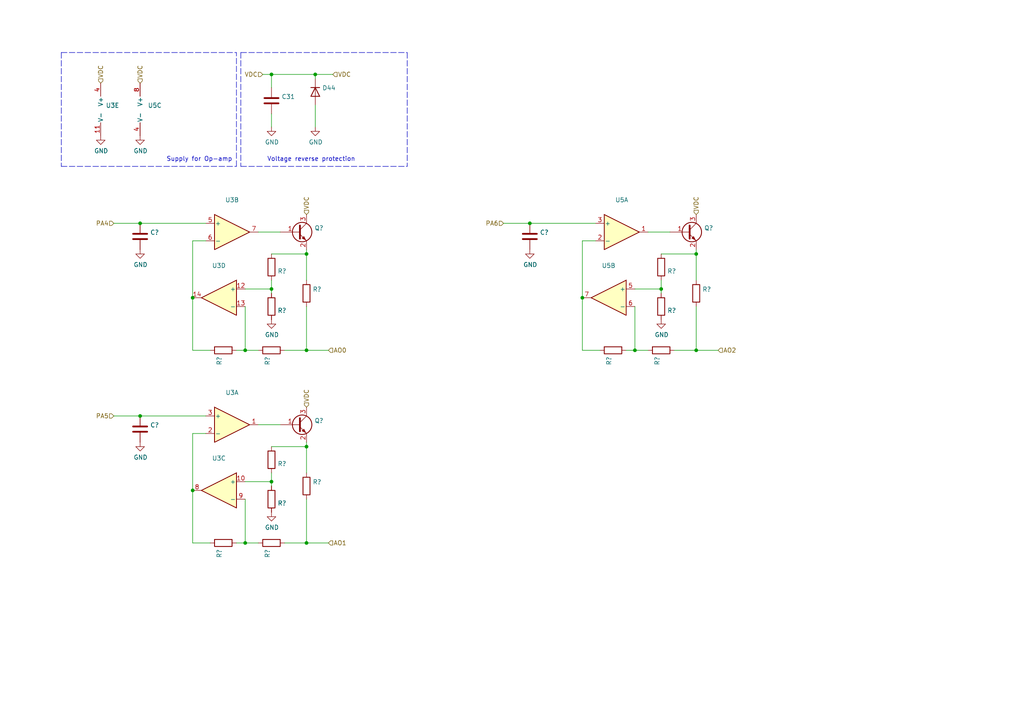
<source format=kicad_sch>
(kicad_sch (version 20211123) (generator eeschema)
  (paper "A4")
  (lib_symbols
    (symbol "Amplifier_Operational:LM2902" (pin_names (offset 0.127))
      (property "Reference" "U" (at 0 5.08 0))
      (property "Value" "LM2902" (at 0 -5.08 0))
      (symbol "LM2902_1_1"
        (polyline (pts (xy -5.08 5.08) (xy 5.08 0) (xy -5.08 -5.08) (xy -5.08 5.08)) (stroke (width 0.254)) (fill (type background)))
        (pin output line (at 7.62 0 180) (length 2.54) (name "~") (number "1"))
        (pin input line (at -7.62 -2.54 0) (length 2.54) (name "-") (number "2"))
        (pin input line (at -7.62 2.54 0) (length 2.54) (name "+") (number "3"))
      )
      (symbol "LM2902_2_1"
        (polyline (pts (xy -5.08 5.08) (xy 5.08 0) (xy -5.08 -5.08) (xy -5.08 5.08)) (stroke (width 0.254)) (fill (type background)))
        (pin input line (at -7.62 2.54 0) (length 2.54) (name "+") (number "5"))
        (pin input line (at -7.62 -2.54 0) (length 2.54) (name "-") (number "6"))
        (pin output line (at 7.62 0 180) (length 2.54) (name "~") (number "7"))
      )
      (symbol "LM2902_3_1"
        (polyline (pts (xy -5.08 5.08) (xy 5.08 0) (xy -5.08 -5.08) (xy -5.08 5.08)) (stroke (width 0.254)) (fill (type background)))
        (pin input line (at -7.62 2.54 0) (length 2.54) (name "+") (number "10"))
        (pin output line (at 7.62 0 180) (length 2.54) (name "~") (number "8"))
        (pin input line (at -7.62 -2.54 0) (length 2.54) (name "-") (number "9"))
      )
      (symbol "LM2902_4_1"
        (polyline (pts (xy -5.08 5.08) (xy 5.08 0) (xy -5.08 -5.08) (xy -5.08 5.08)) (stroke (width 0.254)) (fill (type background)))
        (pin input line (at -7.62 2.54 0) (length 2.54) (name "+") (number "12"))
        (pin input line (at -7.62 -2.54 0) (length 2.54) (name "-") (number "13"))
        (pin output line (at 7.62 0 180) (length 2.54) (name "~") (number "14"))
      )
      (symbol "LM2902_5_1"
        (pin power_in line (at -2.54 -7.62 90) (length 3.81) (name "V-") (number "11"))
        (pin power_in line (at -2.54 7.62 270) (length 3.81) (name "V+") (number "4"))
      )
    )
    (symbol "Amplifier_Operational:LM2904" (pin_names (offset 0.127))
      (property "Reference" "U" (at 0 5.08 0))
      (property "Value" "LM2904" (at 0 -5.08 0))
      (symbol "LM2904_1_1"
        (polyline (pts (xy -5.08 5.08) (xy 5.08 0) (xy -5.08 -5.08) (xy -5.08 5.08)) (stroke (width 0.254)) (fill (type background)))
        (pin output line (at 7.62 0 180) (length 2.54) (name "~") (number "1"))
        (pin input line (at -7.62 -2.54 0) (length 2.54) (name "-") (number "2"))
        (pin input line (at -7.62 2.54 0) (length 2.54) (name "+") (number "3"))
      )
      (symbol "LM2904_2_1"
        (polyline (pts (xy -5.08 5.08) (xy 5.08 0) (xy -5.08 -5.08) (xy -5.08 5.08)) (stroke (width 0.254)) (fill (type background)))
        (pin input line (at -7.62 2.54 0) (length 2.54) (name "+") (number "5"))
        (pin input line (at -7.62 -2.54 0) (length 2.54) (name "-") (number "6"))
        (pin output line (at 7.62 0 180) (length 2.54) (name "~") (number "7"))
      )
      (symbol "LM2904_3_1"
        (pin power_in line (at -2.54 -7.62 90) (length 3.81) (name "V-") (number "4"))
        (pin power_in line (at -2.54 7.62 270) (length 3.81) (name "V+") (number "8"))
      )
    )
    (symbol "Device:C" (pin_numbers hide) (pin_names (offset 0.254))
      (property "Reference" "C" (at 0.635 2.54 0))
      (property "Value" "C" (at 0.635 -2.54 0))
      (symbol "C_0_1"
        (polyline (pts (xy -2.032 -0.762) (xy 2.032 -0.762)) (stroke (width 0.508)))
        (polyline (pts (xy -2.032 0.762) (xy 2.032 0.762)) (stroke (width 0.508)))
      )
      (symbol "C_1_1"
        (pin passive line (at 0 3.81 270) (length 2.794) (name "~") (number "1"))
        (pin passive line (at 0 -3.81 90) (length 2.794) (name "~") (number "2"))
      )
    )
    (symbol "Device:D" (pin_numbers hide) (pin_names (offset 1.016) hide)
      (property "Reference" "D" (at 0 2.54 0))
      (property "Value" "D" (at 0 -2.54 0))
      (symbol "D_0_1"
        (polyline (pts (xy -1.27 1.27) (xy -1.27 -1.27)) (stroke (width 0.254)))
        (polyline (pts (xy 1.27 0) (xy -1.27 0)))
        (polyline (pts (xy 1.27 1.27) (xy 1.27 -1.27) (xy -1.27 0) (xy 1.27 1.27)) (stroke (width 0.254)))
      )
      (symbol "D_1_1"
        (pin passive line (at -3.81 0 0) (length 2.54) (name "K") (number "1"))
        (pin passive line (at 3.81 0 180) (length 2.54) (name "A") (number "2"))
      )
    )
    (symbol "Device:R" (pin_numbers hide) (pin_names (offset 0))
      (property "Reference" "R" (at 2.032 0 90))
      (property "Value" "R" (at 0 0 90))
      (symbol "R_0_1"
        (rectangle (start -1.016 -2.54) (end 1.016 2.54) (stroke (width 0.254)))
      )
      (symbol "R_1_1"
        (pin passive line (at 0 3.81 270) (length 1.27) (name "~") (number "1"))
        (pin passive line (at 0 -3.81 90) (length 1.27) (name "~") (number "2"))
      )
    )
    (symbol "Transistor_BJT:BC847" (pin_names (offset 0) hide)
      (property "Reference" "Q" (at 5.08 1.905 0))
      (property "Value" "BC847" (at 5.08 0 0))
      (symbol "BC847_0_1"
        (polyline (pts (xy 0.635 0.635) (xy 2.54 2.54)))
        (polyline (pts (xy 0.635 -0.635) (xy 2.54 -2.54) (xy 2.54 -2.54)))
        (polyline (pts (xy 0.635 1.905) (xy 0.635 -1.905) (xy 0.635 -1.905)) (stroke (width 0.508)))
        (polyline (pts (xy 1.27 -1.778) (xy 1.778 -1.27) (xy 2.286 -2.286) (xy 1.27 -1.778) (xy 1.27 -1.778)) (fill (type outline)))
        (circle (center 1.27 0) (radius 2.8194) (stroke (width 0.254)))
      )
      (symbol "BC847_1_1"
        (pin input line (at -5.08 0 0) (length 5.715) (name "B") (number "1"))
        (pin passive line (at 2.54 -5.08 90) (length 2.54) (name "E") (number "2"))
        (pin passive line (at 2.54 5.08 270) (length 2.54) (name "C") (number "3"))
      )
    )
    (symbol "power:GND" (power) (pin_names (offset 0))
      (property "Value" "GND" (at 0 -3.81 0))
      (symbol "GND_0_1"
        (polyline (pts (xy 0 0) (xy 0 -1.27) (xy 1.27 -1.27) (xy 0 -2.54) (xy -1.27 -1.27) (xy 0 -1.27)))
      )
      (symbol "GND_1_1"
        (pin power_in line (at 0 0 270) (length 0) hide (name "GND") (number "1"))
      )
    )
  )
  (junction (at 40.64 64.77))
  (junction (at 201.93 73.66))
  (junction (at 40.64 120.65))
  (junction (at 168.91 86.36))
  (junction (at 88.9 73.66))
  (junction (at 153.67 64.77))
  (junction (at 88.9 101.6))
  (junction (at 78.74 21.59))
  (junction (at 201.93 101.6))
  (junction (at 191.77 83.82))
  (junction (at 78.74 139.7))
  (junction (at 184.15 101.6))
  (junction (at 55.88 142.24))
  (junction (at 71.12 157.48))
  (junction (at 88.9 129.54))
  (junction (at 71.12 101.6))
  (junction (at 91.44 21.59))
  (junction (at 88.9 157.48))
  (junction (at 55.88 86.36))
  (junction (at 78.74 83.82))
  (wire (pts (xy 78.74 73.66) (xy 88.9 73.66)))
  (wire (pts (xy 40.64 120.65) (xy 33.02 120.65)))
  (polyline (pts (xy 69.85 15.24) (xy 118.11 15.24)))
  (wire (pts (xy 40.64 64.77) (xy 33.02 64.77)))
  (wire (pts (xy 91.44 21.59) (xy 91.44 22.86)))
  (wire (pts (xy 55.88 69.85) (xy 59.69 69.85)))
  (wire (pts (xy 81.28 67.31) (xy 74.93 67.31)))
  (wire (pts (xy 201.93 101.6) (xy 208.28 101.6)))
  (wire (pts (xy 88.9 129.54) (xy 88.9 128.27)))
  (polyline (pts (xy 118.11 15.24) (xy 118.11 48.26)))
  (wire (pts (xy 153.67 64.77) (xy 146.05 64.77)))
  (wire (pts (xy 201.93 81.28) (xy 201.93 73.66)))
  (wire (pts (xy 59.69 64.77) (xy 40.64 64.77)))
  (wire (pts (xy 201.93 88.9) (xy 201.93 101.6)))
  (wire (pts (xy 187.96 101.6) (xy 184.15 101.6)))
  (wire (pts (xy 184.15 83.82) (xy 191.77 83.82)))
  (wire (pts (xy 74.93 101.6) (xy 71.12 101.6)))
  (wire (pts (xy 168.91 86.36) (xy 168.91 101.6)))
  (wire (pts (xy 88.9 101.6) (xy 95.25 101.6)))
  (wire (pts (xy 191.77 83.82) (xy 191.77 85.09)))
  (wire (pts (xy 59.69 120.65) (xy 40.64 120.65)))
  (wire (pts (xy 172.72 64.77) (xy 153.67 64.77)))
  (wire (pts (xy 55.88 125.73) (xy 59.69 125.73)))
  (wire (pts (xy 201.93 101.6) (xy 195.58 101.6)))
  (wire (pts (xy 78.74 21.59) (xy 91.44 21.59)))
  (wire (pts (xy 78.74 25.4) (xy 78.74 21.59)))
  (wire (pts (xy 78.74 36.83) (xy 78.74 33.02)))
  (wire (pts (xy 71.12 157.48) (xy 71.12 144.78)))
  (polyline (pts (xy 69.85 15.24) (xy 69.85 48.26)))
  (wire (pts (xy 88.9 81.28) (xy 88.9 73.66)))
  (wire (pts (xy 71.12 139.7) (xy 78.74 139.7)))
  (wire (pts (xy 78.74 139.7) (xy 78.74 140.97)))
  (wire (pts (xy 55.88 86.36) (xy 55.88 69.85)))
  (wire (pts (xy 55.88 142.24) (xy 55.88 157.48)))
  (wire (pts (xy 184.15 101.6) (xy 184.15 88.9)))
  (wire (pts (xy 88.9 88.9) (xy 88.9 101.6)))
  (wire (pts (xy 78.74 129.54) (xy 88.9 129.54)))
  (wire (pts (xy 74.93 157.48) (xy 71.12 157.48)))
  (wire (pts (xy 55.88 157.48) (xy 60.96 157.48)))
  (wire (pts (xy 55.88 142.24) (xy 55.88 125.73)))
  (wire (pts (xy 55.88 101.6) (xy 60.96 101.6)))
  (wire (pts (xy 96.52 21.59) (xy 91.44 21.59)))
  (wire (pts (xy 78.74 83.82) (xy 78.74 85.09)))
  (wire (pts (xy 78.74 21.59) (xy 76.2 21.59)))
  (wire (pts (xy 168.91 101.6) (xy 173.99 101.6)))
  (wire (pts (xy 88.9 73.66) (xy 88.9 72.39)))
  (wire (pts (xy 88.9 144.78) (xy 88.9 157.48)))
  (polyline (pts (xy 17.78 15.24) (xy 68.58 15.24)))
  (polyline (pts (xy 69.85 48.26) (xy 118.11 48.26)))
  (wire (pts (xy 168.91 69.85) (xy 172.72 69.85)))
  (wire (pts (xy 194.31 67.31) (xy 187.96 67.31)))
  (wire (pts (xy 78.74 137.16) (xy 78.74 139.7)))
  (wire (pts (xy 88.9 157.48) (xy 95.25 157.48)))
  (wire (pts (xy 88.9 101.6) (xy 82.55 101.6)))
  (polyline (pts (xy 17.78 15.24) (xy 17.78 48.26)))
  (wire (pts (xy 68.58 101.6) (xy 71.12 101.6)))
  (wire (pts (xy 168.91 69.85) (xy 168.91 86.36)))
  (wire (pts (xy 71.12 101.6) (xy 71.12 88.9)))
  (wire (pts (xy 91.44 30.48) (xy 91.44 36.83)))
  (wire (pts (xy 55.88 86.36) (xy 55.88 101.6)))
  (wire (pts (xy 191.77 73.66) (xy 201.93 73.66)))
  (wire (pts (xy 78.74 81.28) (xy 78.74 83.82)))
  (polyline (pts (xy 68.58 48.26) (xy 68.58 15.24)))
  (wire (pts (xy 88.9 137.16) (xy 88.9 129.54)))
  (wire (pts (xy 88.9 157.48) (xy 82.55 157.48)))
  (wire (pts (xy 181.61 101.6) (xy 184.15 101.6)))
  (wire (pts (xy 68.58 157.48) (xy 71.12 157.48)))
  (wire (pts (xy 71.12 83.82) (xy 78.74 83.82)))
  (polyline (pts (xy 17.78 48.26) (xy 68.58 48.26)))
  (wire (pts (xy 81.28 123.19) (xy 74.93 123.19)))
  (wire (pts (xy 201.93 73.66) (xy 201.93 72.39)))
  (wire (pts (xy 191.77 81.28) (xy 191.77 83.82)))
  (text "Voltage reverse protection" (at 77.47 46.99 0) (effects (font (size 1.27 1.27)) (justify left bottom)))
  (text "Supply for Op-amp" (at 48.26 46.99 0) (effects (font (size 1.27 1.27)) (justify left bottom)))
  (hierarchical_label "PA4" (shape input) (at 33.02 64.77 180))
  (hierarchical_label "AO0" (shape input) (at 95.25 101.6 0))
  (hierarchical_label "PA6" (shape input) (at 146.05 64.77 180))
  (hierarchical_label "VDC" (shape input) (at 29.21 24.13 90))
  (hierarchical_label "VDC" (shape input) (at 88.9 118.11 90))
  (hierarchical_label "AO2" (shape input) (at 208.28 101.6 0))
  (hierarchical_label "VDC" (shape input) (at 40.64 24.13 90))
  (hierarchical_label "VDC" (shape input) (at 88.9 62.23 90))
  (hierarchical_label "AO1" (shape input) (at 95.25 157.48 0))
  (hierarchical_label "VDC" (shape input) (at 201.93 62.23 90))
  (hierarchical_label "VDC" (shape input) (at 76.2 21.59 180))
  (hierarchical_label "VDC" (shape input) (at 96.52 21.59 0))
  (hierarchical_label "PA5" (shape input) (at 33.02 120.65 180))
  (symbol (lib_id "power:GND") (at 40.64 39.37 0) (unit 1)
    (property "Reference" "#PWR0177" (effects hide))
  )
  (symbol (lib_id "Device:D") (at 91.44 26.67 270) (unit 1)
    (property "Reference" "D44" (at 93.472 25.5016 90) (effects (justify left)))
    (property "Datasheet" "833-SK56A-LTP" (effects hide))
    (property "Comment" "Mouser" (effects hide))
  )
  (symbol (lib_id "power:GND") (at 91.44 36.83 0) (unit 1)
    (property "Reference" "#PWR0219" (effects hide))
  )
  (symbol (lib_id "Device:C") (at 78.74 29.21 0) (unit 1)
    (property "Reference" "C31" (at 81.661 28.0416 0) (effects (justify left)))
    (property "Datasheet" "81-GRM319R6YA106MA2D" (effects hide))
    (property "Comment" "Mouser" (effects hide))
  )
  (symbol (lib_id "Amplifier_Operational:LM2902") (at 67.31 67.31 0) (unit 2)
    (property "Reference" "U3" (at 67.31 57.9882 0))
    (property "Datasheet" "863-LM2902DR2G" (effects hide))
    (property "Comment" "Mouser" (effects hide))
  )
  (symbol (lib_id "Amplifier_Operational:LM2902") (at 63.5 86.36 0) (mirror y) (unit 4)
    (property "Reference" "U3" (at 63.5 77.0382 0))
    (property "Datasheet" "863-LM2902DR2G" (effects hide))
    (property "Comment" "Mouser" (effects hide))
  )
  (symbol (lib_id "Amplifier_Operational:LM2902") (at 31.75 31.75 0) (unit 5)
    (property "Reference" "U3" (at 30.6832 30.5816 0) (effects (justify left)))
    (property "Datasheet" "863-LM2902DR2G" (effects hide))
    (property "Comment" "Mouser" (effects hide))
  )
  (symbol (lib_id "Transistor_BJT:BC847") (at 86.36 67.31 0) (unit 1)
    (property "Reference" "Q?" (at 91.2114 66.1416 0) (effects (justify left)))
    (property "Datasheet" "771-BC847C-QR" (effects hide))
    (property "LCSC" "C2145" (effects hide))
    (property "Comment" "Mouser" (effects hide))
  )
  (symbol (lib_id "Device:R") (at 64.77 101.6 90) (mirror x) (unit 1)
    (property "Reference" "R?" (at 63.6016 103.378 0) (effects (justify left)))
    (property "Datasheet" "791-WR06X103JTL" (effects hide))
    (property "LCSC" "C25804" (effects hide))
    (property "Comment" "Mouser" (effects hide))
  )
  (symbol (lib_id "Device:R") (at 78.74 101.6 90) (mirror x) (unit 1)
    (property "Reference" "R?" (at 77.5716 103.378 0) (effects (justify left)))
    (property "Datasheet" "791-WR06X103JTL" (effects hide))
    (property "LCSC" "C25804" (effects hide))
    (property "Comment" "Mouser" (effects hide))
  )
  (symbol (lib_id "Device:R") (at 88.9 85.09 0) (unit 1)
    (property "Reference" "R?" (at 90.678 83.9216 0) (effects (justify left)))
    (property "Datasheet" "660-RK73B1JTTD161J" (effects hide))
    (property "LCSC" "C22814" (effects hide))
    (property "Comment" "Mouser" (effects hide))
  )
  (symbol (lib_id "Device:R") (at 78.74 77.47 0) (mirror x) (unit 1)
    (property "Reference" "R?" (at 80.518 78.6384 0) (effects (justify left)))
    (property "Datasheet" "791-WR06X103JTL" (effects hide))
    (property "LCSC" "C25804" (effects hide))
    (property "Comment" "Mouser" (effects hide))
  )
  (symbol (lib_id "Device:R") (at 78.74 88.9 0) (mirror x) (unit 1)
    (property "Reference" "R?" (at 80.518 90.0684 0) (effects (justify left)))
    (property "Datasheet" "791-WR06X103JTL" (effects hide))
    (property "LCSC" "C25804" (effects hide))
    (property "Comment" "Mouser" (effects hide))
  )
  (symbol (lib_id "power:GND") (at 78.74 92.71 0) (unit 1)
    (property "Reference" "#PWR0101" (effects hide))
  )
  (symbol (lib_id "Device:C") (at 40.64 68.58 0) (unit 1)
    (property "Reference" "C?" (at 43.561 67.4116 0) (effects (justify left)))
    (property "Datasheet" "581-06033G104Z" (effects hide))
    (property "LCSC" "C14663" (effects hide))
    (property "Comment" "Mouser" (effects hide))
  )
  (symbol (lib_id "power:GND") (at 40.64 72.39 0) (unit 1)
    (property "Reference" "#PWR0108" (effects hide))
  )
  (symbol (lib_id "Amplifier_Operational:LM2902") (at 67.31 123.19 0) (unit 1)
    (property "Reference" "U3" (at 67.31 113.8682 0))
    (property "Datasheet" "863-LM2902DR2G" (effects hide))
    (property "Comment" "Mouser" (effects hide))
  )
  (symbol (lib_id "Amplifier_Operational:LM2902") (at 63.5 142.24 0) (mirror y) (unit 3)
    (property "Reference" "U3" (at 63.5 132.9182 0))
    (property "Datasheet" "863-LM2902DR2G" (effects hide))
    (property "Comment" "Mouser" (effects hide))
  )
  (symbol (lib_id "Transistor_BJT:BC847") (at 86.36 123.19 0) (unit 1)
    (property "Reference" "Q?" (at 91.2114 122.0216 0) (effects (justify left)))
    (property "Datasheet" "771-BC847C-QR" (effects hide))
    (property "LCSC" "C2145" (effects hide))
    (property "Comment" "Mouser" (effects hide))
  )
  (symbol (lib_id "Device:R") (at 64.77 157.48 90) (mirror x) (unit 1)
    (property "Reference" "R?" (at 63.6016 159.258 0) (effects (justify left)))
    (property "Datasheet" "791-WR06X103JTL" (effects hide))
    (property "LCSC" "C25804" (effects hide))
    (property "Comment" "Mouser" (effects hide))
  )
  (symbol (lib_id "Device:R") (at 78.74 157.48 90) (mirror x) (unit 1)
    (property "Reference" "R?" (at 77.5716 159.258 0) (effects (justify left)))
    (property "Datasheet" "791-WR06X103JTL" (effects hide))
    (property "LCSC" "C25804" (effects hide))
    (property "Comment" "Mouser" (effects hide))
  )
  (symbol (lib_id "Device:R") (at 88.9 140.97 0) (unit 1)
    (property "Reference" "R?" (at 90.678 139.8016 0) (effects (justify left)))
    (property "Datasheet" "660-RK73B1JTTD161J" (effects hide))
    (property "LCSC" "C22814" (effects hide))
    (property "Comment" "Mouser" (effects hide))
  )
  (symbol (lib_id "Device:R") (at 78.74 133.35 0) (mirror x) (unit 1)
    (property "Reference" "R?" (at 80.518 134.5184 0) (effects (justify left)))
    (property "Datasheet" "791-WR06X103JTL" (effects hide))
    (property "LCSC" "C25804" (effects hide))
    (property "Comment" "Mouser" (effects hide))
  )
  (symbol (lib_id "Device:R") (at 78.74 144.78 0) (mirror x) (unit 1)
    (property "Reference" "R?" (at 80.518 145.9484 0) (effects (justify left)))
    (property "Datasheet" "791-WR06X103JTL" (effects hide))
    (property "LCSC" "C25804" (effects hide))
    (property "Comment" "Mouser" (effects hide))
  )
  (symbol (lib_id "power:GND") (at 78.74 148.59 0) (unit 1)
    (property "Reference" "#PWR0115" (effects hide))
  )
  (symbol (lib_id "Device:C") (at 40.64 124.46 0) (unit 1)
    (property "Reference" "C?" (at 43.561 123.2916 0) (effects (justify left)))
    (property "Datasheet" "581-06033G104Z" (effects hide))
    (property "LCSC" "C14663" (effects hide))
    (property "Comment" "Mouser" (effects hide))
  )
  (symbol (lib_id "power:GND") (at 40.64 128.27 0) (unit 1)
    (property "Reference" "#PWR0116" (effects hide))
  )
  (symbol (lib_id "power:GND") (at 29.21 39.37 0) (unit 1)
    (property "Reference" "#PWR0119" (effects hide))
  )
  (symbol (lib_id "Amplifier_Operational:LM2904") (at 180.34 67.31 0) (unit 1)
    (property "Reference" "U5" (at 180.34 57.9882 0))
    (property "Datasheet" "863-LM2904DR2G" (effects hide))
    (property "Comment" "Mouser" (effects hide))
  )
  (symbol (lib_id "Amplifier_Operational:LM2904") (at 176.53 86.36 0) (mirror y) (unit 2)
    (property "Reference" "U5" (at 176.53 77.0382 0))
    (property "Datasheet" "863-LM2904DR2G" (effects hide))
    (property "Comment" "Mouser" (effects hide))
  )
  (symbol (lib_id "Transistor_BJT:BC847") (at 199.39 67.31 0) (unit 1)
    (property "Reference" "Q?" (at 204.2414 66.1416 0) (effects (justify left)))
    (property "Datasheet" "771-BC847C-QR" (effects hide))
    (property "LCSC" "C2145" (effects hide))
    (property "Comment" "Mouser" (effects hide))
  )
  (symbol (lib_id "Device:R") (at 177.8 101.6 90) (mirror x) (unit 1)
    (property "Reference" "R?" (at 176.6316 103.378 0) (effects (justify left)))
    (property "Datasheet" "791-WR06X103JTL" (effects hide))
    (property "LCSC" "C25804" (effects hide))
    (property "Comment" "Mouser" (effects hide))
  )
  (symbol (lib_id "Device:R") (at 191.77 101.6 90) (mirror x) (unit 1)
    (property "Reference" "R?" (at 190.6016 103.378 0) (effects (justify left)))
    (property "Datasheet" "791-WR06X103JTL" (effects hide))
    (property "LCSC" "C25804" (effects hide))
    (property "Comment" "Mouser" (effects hide))
  )
  (symbol (lib_id "Device:R") (at 201.93 85.09 0) (unit 1)
    (property "Reference" "R?" (at 203.708 83.9216 0) (effects (justify left)))
    (property "Datasheet" "660-RK73B1JTTD161J" (effects hide))
    (property "LCSC" "C22814" (effects hide))
    (property "Comment" "Mouser" (effects hide))
  )
  (symbol (lib_id "Device:R") (at 191.77 77.47 0) (mirror x) (unit 1)
    (property "Reference" "R?" (at 193.548 78.6384 0) (effects (justify left)))
    (property "Datasheet" "791-WR06X103JTL" (effects hide))
    (property "LCSC" "C25804" (effects hide))
    (property "Comment" "Mouser" (effects hide))
  )
  (symbol (lib_id "Device:R") (at 191.77 88.9 0) (mirror x) (unit 1)
    (property "Reference" "R?" (at 193.548 90.0684 0) (effects (justify left)))
    (property "Datasheet" "791-WR06X103JTL" (effects hide))
    (property "LCSC" "C25804" (effects hide))
    (property "Comment" "Mouser" (effects hide))
  )
  (symbol (lib_id "power:GND") (at 191.77 92.71 0) (unit 1)
    (property "Reference" "#PWR0123" (effects hide))
  )
  (symbol (lib_id "Device:C") (at 153.67 68.58 0) (unit 1)
    (property "Reference" "C?" (at 156.591 67.4116 0) (effects (justify left)))
    (property "Datasheet" "581-06033G104Z" (effects hide))
    (property "LCSC" "C14663" (effects hide))
    (property "Comment" "Mouser" (effects hide))
  )
  (symbol (lib_id "power:GND") (at 153.67 72.39 0) (unit 1)
    (property "Reference" "#PWR0124" (effects hide))
  )
  (symbol (lib_id "Amplifier_Operational:LM2904") (at 38.1 31.75 0) (mirror y) (unit 3)
    (property "Reference" "U5" (at 42.8752 30.5816 0) (effects (justify right)))
    (property "Datasheet" "863-LM2904DR2G" (effects hide))
    (property "Comment" "Mouser" (effects hide))
  )
  (symbol (lib_id "power:GND") (at 78.74 36.83 0) (unit 1)
    (property "Reference" "#PWR0171" (effects hide))
  )
)
</source>
